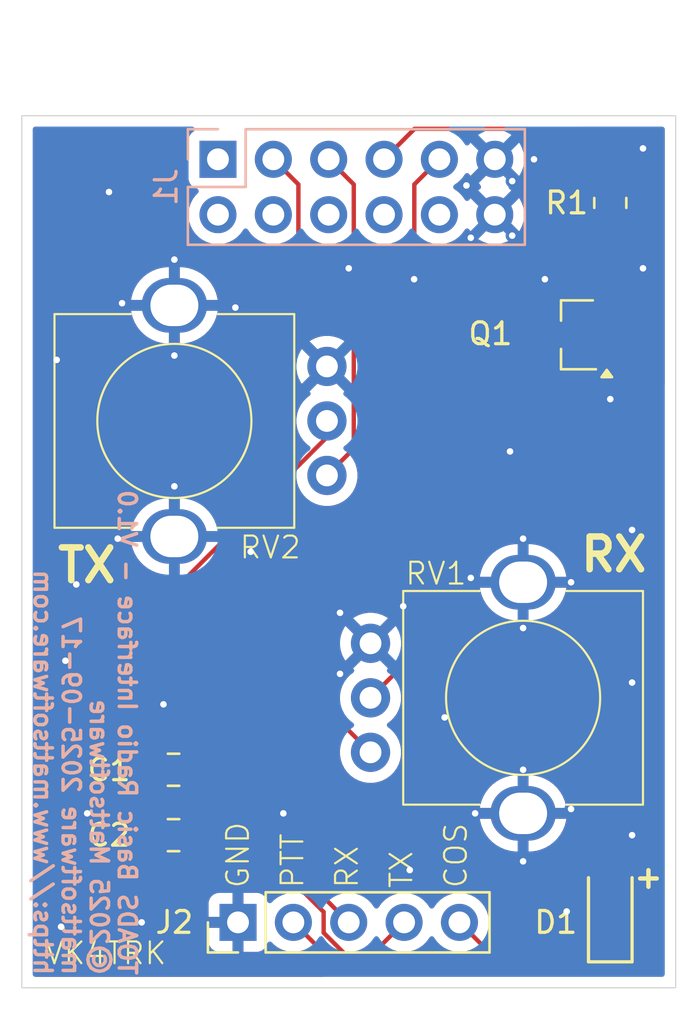
<source format=kicad_pcb>
(kicad_pcb (version 20241229) (generator "pcbnew") (generator_version "9.0")
  (title_block (title "TOADS Basic Radio Interface") (date "2025-09-17") (rev "1.0") (company "mattsoftware") (comment 1 "©2025 Mattsoftware") (comment 2 "https://www.mattsoftware.com") (comment 3 "Author: Matt Paine VK4TRK") (comment 4 "License: CC By 4.0") (comment 5 "https://creativecommons.org/licenses/by/4.0/"))
  (layers (0 "F.Cu" signal) (2 "B.Cu" signal) (13 "F.Paste" user) (15 "B.Paste" user) (5 "F.SilkS" user "F.Silkscreen") (7 "B.SilkS" user "B.Silkscreen") (1 "F.Mask" user) (3 "B.Mask" user) (25 "Edge.Cuts" user))
  (net 0 "")
  (net 1 "Net-(C1-Pad2)")
  (net 2 "AUD_RX")
  (net 3 "AUD_TX")
  (net 4 "Net-(C2-Pad2)")
  (net 5 "VOL_DN")
  (net 6 "COS")
  (net 7 "Net-(Q1-B)")
  (net 8 "PTT")
  (net 9 "GND")
  (net 10 "GPI03")
  (net 12 "AFL")
  (net 13 "GPI01")
  (net 14 "+3V3")
  (net 15 "AFR")
  (net 16 "GPI04")
  (net 17 "VOL_UP")
  (net 18 "MIC")
  (footprint "PCM_JLCPCB:D_SOD-123FL" (layer "F.Cu") (at 154.2 131.2 90)
    (property "Reference" "D1" (hide yes))
    (property "Value" "~")
    (fp_line (start -2.21 -1) (end 1.65 -1) (stroke (width 0.15)) (layer "F.SilkS"))
    (fp_line (start -2.21 -1) (end -2.21 1) (stroke (width 0.15)) (layer "F.SilkS"))
    (fp_line (start -2.21 1) (end 1.65 1) (stroke (width 0.15)) (layer "F.SilkS"))
    (fp_text user "${REFERENCE}" (at -0.4 -2.5 180) (layer "F.SilkS"))
    (pad "1" smd roundrect (at -1.4 0 90) (size 1.1 1.6) (layers "F.Cu" "F.Mask" "F.Paste") (roundrect_rratio 0.2272727273) (net 6 "COS"))
    (pad "2" smd roundrect (at 1.4 0 90) (size 1.1 1.6) (layers "F.Cu" "F.Mask" "F.Paste") (roundrect_rratio 0.2272727273) (net 5 "VOL_DN"))
  )
  (footprint "Connector_PinHeader_2.54mm:PinHeader_1x05_P2.54mm_Vertical" (layer "F.Cu") (at 137.12 131.6 90)
    (property "Reference" "J2" (at 0 -2.92 180) (layer "F.SilkS"))
    (property "Value" "Conn_01x05")
    (fp_line (start -1.38 -1.38) (end 0 -1.38) (stroke (width 0.12)) (layer "F.SilkS"))
    (fp_line (start -1.38 0) (end -1.38 -1.38) (stroke (width 0.12)) (layer "F.SilkS"))
    (fp_line (start 1.38 1.27) (end 1.38 11.54) (stroke (width 0.12)) (layer "F.SilkS"))
    (fp_line (start -1.38 1.27) (end 1.38 1.27) (stroke (width 0.12)) (layer "F.SilkS"))
    (fp_line (start -1.38 1.27) (end -1.38 11.54) (stroke (width 0.12)) (layer "F.SilkS"))
    (fp_line (start -1.38 11.54) (end 1.38 11.54) (stroke (width 0.12)) (layer "F.SilkS"))
    (pad "1" thru_hole rect (at 0 0 90) (size 1.7 1.7) (drill 1) (layers "*.Cu" "*.Mask") (net 9 "GND"))
    (pad "2" thru_hole circle (at 0 2.54 90) (size 1.7 1.7) (drill 1) (layers "*.Cu" "*.Mask") (net 8 "PTT"))
    (pad "3" thru_hole circle (at 0 5.08 90) (size 1.7 1.7) (drill 1) (layers "*.Cu" "*.Mask") (net 2 "AUD_RX"))
    (pad "4" thru_hole circle (at 0 7.62 90) (size 1.7 1.7) (drill 1) (layers "*.Cu" "*.Mask") (net 3 "AUD_TX"))
    (pad "5" thru_hole circle (at 0 10.16 90) (size 1.7 1.7) (drill 1) (layers "*.Cu" "*.Mask") (net 6 "COS"))
  )
  (footprint "Package_TO_SOT_SMD:SOT-23_Handsoldering" (layer "F.Cu") (at 152.7 104.65 180)
    (property "Reference" "Q1" (at 4 0.05 0) (layer "F.SilkS"))
    (property "Value" "NPN")
    (fp_line (start 0.76 1.58) (end 0.76 0.65) (stroke (width 0.12)) (layer "F.SilkS"))
    (fp_line (start 0.76 1.58) (end -0.7 1.58) (stroke (width 0.12)) (layer "F.SilkS"))
    (fp_line (start 0.76 -1.58) (end 0.76 -0.65) (stroke (width 0.12)) (layer "F.SilkS"))
    (fp_line (start -0.04 -1.58) (end 0.76 -1.58) (stroke (width 0.12)) (layer "F.SilkS"))
    (fp_line (start -0.04 -1.58) (end -0.84 -1.58) (stroke (width 0.12)) (layer "F.SilkS"))
    (fp_poly (pts (xy -1.34 -1.61) (xy -1.58 -1.94) (xy -1.1 -1.94) (xy -1.34 -1.61)) (stroke (width 0.12)) (fill yes) (layer "F.SilkS"))
    (pad "1" smd roundrect (at -1.5 -0.95 180) (size 1.9 0.8) (layers "F.Cu" "F.Mask" "F.Paste") (net 8 "PTT"))
    (pad "2" smd roundrect (at -1.5 0.95 180) (size 1.9 0.8) (layers "F.Cu" "F.Mask" "F.Paste") (net 7 "Net-(Q1-B)"))
    (pad "3" smd roundrect (at 1.5 0 180) (size 1.9 0.8) (layers "F.Cu" "F.Mask" "F.Paste") (net 9 "GND"))
  )
  (footprint "Resistor_SMD:R_0805_2012Metric_Pad1.20x1.40mm_HandSolder" (layer "F.Cu") (at 154.2 98.6 -90)
    (property "Reference" "R1" (at 0 2 180) (layer "F.SilkS"))
    (property "Value" "10K")
    (fp_line (start -0.227064 0.735) (end 0.227064 0.735) (stroke (width 0.12)) (layer "F.SilkS"))
    (fp_line (start -0.227064 -0.735) (end 0.227064 -0.735) (stroke (width 0.12)) (layer "F.SilkS"))
    (pad "1" smd roundrect (at -1 0 270) (size 1.2 1.4) (layers "F.Cu" "F.Mask" "F.Paste") (roundrect_rratio 0.208333) (net 10 "GPI03"))
    (pad "2" smd roundrect (at 1 0 270) (size 1.2 1.4) (layers "F.Cu" "F.Mask" "F.Paste") (roundrect_rratio 0.208333) (net 7 "Net-(Q1-B)"))
  )
  (footprint "Capacitor_SMD:C_0805_2012Metric_Pad1.18x1.45mm_HandSolder" (layer "F.Cu") (at 134.1625 127.6 180)
    (property "Reference" "C2" (at 2.9625 0 0) (layer "F.SilkS"))
    (property "Value" "4.7uF")
    (fp_line (start -0.261252 0.735) (end 0.261252 0.735) (stroke (width 0.12)) (layer "F.SilkS"))
    (fp_line (start -0.261252 -0.735) (end 0.261252 -0.735) (stroke (width 0.12)) (layer "F.SilkS"))
    (pad "1" smd roundrect (at -1.0375 0 180) (size 1.175 1.45) (layers "F.Cu" "F.Mask" "F.Paste") (roundrect_rratio 0.212766) (net 3 "AUD_TX"))
    (pad "2" smd roundrect (at 1.0375 0 180) (size 1.175 1.45) (layers "F.Cu" "F.Mask" "F.Paste") (roundrect_rratio 0.212766) (net 4 "Net-(C2-Pad2)"))
  )
  (footprint "Matt:R_Potentiometer-10k-C361173" (layer "F.Cu") (at 150.2 121.3 -90)
    (property "Reference" "RV1" (at -5.7 4 0) (layer "F.SilkS") (effects (font (thickness 0.1))))
    (property "Value" "10k")
    (fp_line (start -4.9 5.5) (end 4.9 5.5) (stroke (width 0.1)) (layer "F.SilkS"))
    (fp_line (start -4.9 2) (end -4.9 5.5) (stroke (width 0.1)) (layer "F.SilkS"))
    (fp_line (start 4.9 2) (end 4.9 5.5) (stroke (width 0.1)) (layer "F.SilkS"))
    (fp_line (start -4.9 -5.5) (end -4.9 -2) (stroke (width 0.1)) (layer "F.SilkS"))
    (fp_line (start -4.9 -5.5) (end 4.9 -5.5) (stroke (width 0.1)) (layer "F.SilkS"))
    (fp_line (start 4.9 -5.5) (end 4.9 -2) (stroke (width 0.1)) (layer "F.SilkS"))
    (fp_circle (center 0 0) (end 3.5 0.5) (stroke (width 0.1)) (fill no) (layer "F.SilkS"))
    (pad "1" thru_hole circle (at -2.5 7 270) (size 1.8 1.8) (drill 1) (layers "*.Cu" "*.Mask") (net 9 "GND"))
    (pad "2" thru_hole circle (at 0 7 270) (size 1.8 1.8) (drill 1) (layers "*.Cu" "*.Mask") (net 18 "MIC"))
    (pad "3" thru_hole circle (at 2.5 7 270) (size 1.8 1.8) (drill 1) (layers "*.Cu" "*.Mask") (net 1 "Net-(C1-Pad2)"))
    (pad "4" thru_hole oval (at -5.3 0 270) (size 2.5 3) (drill oval 1.9 2.2) (layers "*.Cu" "*.Mask") (net 9 "GND"))
    (pad "5" thru_hole oval (at 5.3 0 270) (size 2.5 3) (drill oval 1.9 2.2) (layers "*.Cu" "*.Mask") (net 9 "GND"))
  )
  (footprint "Matt:R_Potentiometer-10k-C361173" (layer "F.Cu") (at 134.2 108.6 90)
    (property "Reference" "RV2" (at -5.8 4.4 0) (layer "F.SilkS") (effects (font (thickness 0.1))))
    (property "Value" "10k")
    (fp_line (start 4.9 -5.5) (end 4.9 -2) (stroke (width 0.1)) (layer "F.SilkS"))
    (fp_line (start -4.9 -5.5) (end 4.9 -5.5) (stroke (width 0.1)) (layer "F.SilkS"))
    (fp_line (start -4.9 -5.5) (end -4.9 -2) (stroke (width 0.1)) (layer "F.SilkS"))
    (fp_line (start 4.9 2) (end 4.9 5.5) (stroke (width 0.1)) (layer "F.SilkS"))
    (fp_line (start -4.9 2) (end -4.9 5.5) (stroke (width 0.1)) (layer "F.SilkS"))
    (fp_line (start -4.9 5.5) (end 4.9 5.5) (stroke (width 0.1)) (layer "F.SilkS"))
    (fp_circle (center 0 0) (end 3.5 0.5) (stroke (width 0.1)) (fill no) (layer "F.SilkS"))
    (pad "1" thru_hole circle (at -2.5 7 90) (size 1.8 1.8) (drill 1) (layers "*.Cu" "*.Mask") (net 12 "AFL"))
    (pad "2" thru_hole circle (at 0 7 90) (size 1.8 1.8) (drill 1) (layers "*.Cu" "*.Mask") (net 4 "Net-(C2-Pad2)"))
    (pad "3" thru_hole circle (at 2.5 7 90) (size 1.8 1.8) (drill 1) (layers "*.Cu" "*.Mask") (net 9 "GND"))
    (pad "4" thru_hole oval (at -5.3 0 90) (size 2.5 3) (drill oval 1.9 2.2) (layers "*.Cu" "*.Mask") (net 9 "GND"))
    (pad "5" thru_hole oval (at 5.3 0 90) (size 2.5 3) (drill oval 1.9 2.2) (layers "*.Cu" "*.Mask") (net 9 "GND"))
  )
  (footprint "Capacitor_SMD:C_0805_2012Metric_Pad1.18x1.45mm_HandSolder" (layer "F.Cu") (at 134.1625 124.6 180)
    (property "Reference" "C1" (at 2.9625 0 0) (layer "F.SilkS"))
    (property "Value" "4.7uF")
    (fp_line (start -0.261252 0.735) (end 0.261252 0.735) (stroke (width 0.12)) (layer "F.SilkS"))
    (fp_line (start -0.261252 -0.735) (end 0.261252 -0.735) (stroke (width 0.12)) (layer "F.SilkS"))
    (pad "1" smd roundrect (at -1.0375 0 180) (size 1.175 1.45) (layers "F.Cu" "F.Mask" "F.Paste") (roundrect_rratio 0.212766) (net 2 "AUD_RX"))
    (pad "2" smd roundrect (at 1.0375 0 180) (size 1.175 1.45) (layers "F.Cu" "F.Mask" "F.Paste") (roundrect_rratio 0.212766) (net 1 "Net-(C1-Pad2)"))
  )
  (footprint "Connector_PinHeader_2.54mm:PinHeader_2x06_P2.54mm_Vertical" (layer "B.Cu") (at 136.2 96.6 -90)
    (property "Reference" "J1" (at 1.27 2.38 90) (layer "B.SilkS") (effects (justify mirror)))
    (property "Value" "Conn_02x06_Odd_Even")
    (fp_line (start -1.38 1.38) (end 0 1.38) (stroke (width 0.12)) (layer "B.SilkS"))
    (fp_line (start 1.27 1.38) (end 3.92 1.38) (stroke (width 0.12)) (layer "B.SilkS"))
    (fp_line (start 3.92 1.38) (end 3.92 -14.08) (stroke (width 0.12)) (layer "B.SilkS"))
    (fp_line (start -1.38 0) (end -1.38 1.38) (stroke (width 0.12)) (layer "B.SilkS"))
    (fp_line (start -1.38 -1.27) (end 1.27 -1.27) (stroke (width 0.12)) (layer "B.SilkS"))
    (fp_line (start -1.38 -1.27) (end -1.38 -14.08) (stroke (width 0.12)) (layer "B.SilkS"))
    (fp_line (start 1.27 -1.27) (end 1.27 1.38) (stroke (width 0.12)) (layer "B.SilkS"))
    (fp_line (start -1.38 -14.08) (end 3.92 -14.08) (stroke (width 0.12)) (layer "B.SilkS"))
    (pad "1" thru_hole rect (at 0 0 270) (size 1.7 1.7) (drill 1) (layers "*.Cu" "*.Mask"))
    (pad "2" thru_hole circle (at 2.54 0 270) (size 1.7 1.7) (drill 1) (layers "*.Cu" "*.Mask") (net 14 "+3V3"))
    (pad "3" thru_hole circle (at 0 -2.54 270) (size 1.7 1.7) (drill 1) (layers "*.Cu" "*.Mask") (net 12 "AFL"))
    (pad "4" thru_hole circle (at 2.54 -2.54 270) (size 1.7 1.7) (drill 1) (layers "*.Cu" "*.Mask") (net 15 "AFR"))
    (pad "5" thru_hole circle (at 0 -5.08 270) (size 1.7 1.7) (drill 1) (layers "*.Cu" "*.Mask") (net 18 "MIC"))
    (pad "6" thru_hole circle (at 2.54 -5.08 270) (size 1.7 1.7) (drill 1) (layers "*.Cu" "*.Mask") (net 13 "GPI01"))
    (pad "7" thru_hole circle (at 0 -7.62 270) (size 1.7 1.7) (drill 1) (layers "*.Cu" "*.Mask") (net 10 "GPI03"))
    (pad "8" thru_hole circle (at 2.54 -7.62 270) (size 1.7 1.7) (drill 1) (layers "*.Cu" "*.Mask") (net 16 "GPI04"))
    (pad "9" thru_hole circle (at 0 -10.16 270) (size 1.7 1.7) (drill 1) (layers "*.Cu" "*.Mask") (net 5 "VOL_DN"))
    (pad "10" thru_hole circle (at 2.54 -10.16 270) (size 1.7 1.7) (drill 1) (layers "*.Cu" "*.Mask") (net 17 "VOL_UP"))
    (pad "11" thru_hole circle (at 0 -12.7 270) (size 1.7 1.7) (drill 1) (layers "*.Cu" "*.Mask") (net 9 "GND"))
    (pad "12" thru_hole circle (at 2.54 -12.7 270) (size 1.7 1.7) (drill 1) (layers "*.Cu" "*.Mask") (net 9 "GND"))
  )
  (gr_rect (start 127.2 94.6) (end 157.2 134.6) (stroke (width 0.05)) (fill no) (layer "Edge.Cuts"))
  (gr_text "PTT" (at 140.2 130.1 90) (layer "F.SilkS") (effects (font (size 1 1) (thickness 0.1)) (justify left bottom)))
  (gr_text "TX" (at 128.7 116.1 0) (layer "F.SilkS") (effects (font (size 1.5 1.5) (thickness 0.3) (bold yes)) (justify left bottom)))
  (gr_text "COS" (at 147.7 130.1 90) (layer "F.SilkS") (effects (font (size 1 1) (thickness 0.1)) (justify left bottom)))
  (gr_text "RX" (at 152.7 115.6 0) (layer "F.SilkS") (effects (font (size 1.5 1.5) (thickness 0.3) (bold yes)) (justify left bottom)))
  (gr_text "TX" (at 145.2 130.1 90) (layer "F.SilkS") (effects (font (size 1 1) (thickness 0.1)) (justify left bottom)))
  (gr_text "GND" (at 137.7 130.1 90) (layer "F.SilkS") (effects (font (size 1 1) (thickness 0.1)) (justify left bottom)))
  (gr_text "RX" (at 142.7 130.1 90) (layer "F.SilkS") (effects (font (size 1 1) (thickness 0.1)) (justify left bottom)))
  (gr_text "+" (at 155.2 130.1 0) (layer "F.SilkS") (effects (font (size 1 1) (thickness 0.2) (bold yes)) (justify left bottom)))
  (gr_text "VK4TRK" (at 128.2 133.6 0) (layer "F.SilkS") (effects (font (size 1 1) (thickness 0.1)) (justify left bottom)))
  (gr_text "${TITLE} - V${REVISION}\n${COMMENT1}\n${COMPANY} ${ISSUE_DATE}\n${COMMENT2}\n" (at 127.7 134.1 270) (layer "B.SilkS") (effects (font (size 0.8 0.8) (thickness 0.16) (bold yes)) (justify left bottom mirror)))
  (segment (start 141.6 122.2) (end 135.525 122.2) (width 0.2) (layer "F.Cu") (net 1))
  (segment (start 135.525 122.2) (end 133.125 124.6) (width 0.2) (layer "F.Cu") (net 1))
  (segment (start 143.2 123.8) (end 141.6 122.2) (width 0.2) (layer "F.Cu") (net 1))
  (segment (start 135.2 124.6) (end 142.2 131.6) (width 0.2) (layer "F.Cu") (net 2))
  (segment (start 137.52576 127.6) (end 141.049 131.12324) (width 0.2) (layer "F.Cu") (net 3))
  (segment (start 142.17124 133.199) (end 143.2 133.199) (width 0.2) (layer "F.Cu") (net 3))
  (segment (start 141.049 131.12324) (end 141.049 132.07676) (width 0.2) (layer "F.Cu") (net 3))
  (segment (start 143.2 133.199) (end 143.2 133.14) (width 0.2) (layer "F.Cu") (net 3))
  (segment (start 135.2 127.6) (end 137.52576 127.6) (width 0.2) (layer "F.Cu") (net 3))
  (segment (start 141.049 132.07676) (end 142.17124 133.199) (width 0.2) (layer "F.Cu") (net 3))
  (segment (start 143.2 133.14) (end 144.74 131.6) (width 0.2) (layer "F.Cu") (net 3))
  (segment (start 141.2 109.343445) (end 141.2 108.6) (width 0.2) (layer "F.Cu") (net 4))
  (segment (start 132.2365 118.306945) (end 141.2 109.343445) (width 0.2) (layer "F.Cu") (net 4))
  (segment (start 132.2365 126.7115) (end 132.2365 118.306945) (width 0.2) (layer "F.Cu") (net 4))
  (segment (start 133.125 127.6) (end 132.2365 126.7115) (width 0.2) (layer "F.Cu") (net 4))
  (segment (start 145.209 97.751) (end 146.36 96.6) (width 0.2) (layer "F.Cu") (net 5))
  (segment (start 154.2 109.314064) (end 145.209 100.323064) (width 0.2) (layer "F.Cu") (net 5))
  (segment (start 145.209 100.323064) (end 145.209 97.751) (width 0.2) (layer "F.Cu") (net 5))
  (segment (start 154.2 129.8) (end 154.2 109.314064) (width 0.2) (layer "F.Cu") (net 5))
  (segment (start 147.28 131.6) (end 148.28 132.6) (width 0.2) (layer "F.Cu") (net 6))
  (segment (start 148.28 132.6) (end 154.2 132.6) (width 0.2) (layer "F.Cu") (net 6))
  (segment (start 154.2 103.7) (end 154.2 99.6) (width 0.2) (layer "F.Cu") (net 7))
  (segment (start 156.2 133.6) (end 141.66 133.6) (width 0.2) (layer "F.Cu") (net 8))
  (segment (start 156.2 107.6) (end 156.2 133.6) (width 0.2) (layer "F.Cu") (net 8))
  (segment (start 141.66 133.6) (end 139.66 131.6) (width 0.2) (layer "F.Cu") (net 8))
  (segment (start 154.2 105.6) (end 156.2 107.6) (width 0.2) (layer "F.Cu") (net 8))
  (via (at 134.2 111.6) (size 0.6) (drill 0.3) (layers "F.Cu" "B.Cu") (net 9))
  (via (at 133.7 121.6) (size 0.6) (drill 0.3) (layers "F.Cu" "B.Cu") (net 9))
  (via (at 155.2 113.6) (size 0.6) (drill 0.3) (layers "F.Cu" "B.Cu") (net 9))
  (via (at 130.2 126.6) (size 0.6) (drill 0.3) (layers "F.Cu" "B.Cu") (net 9))
  (via (at 129.2 119.6) (size 0.6) (drill 0.3) (layers "F.Cu" "B.Cu") (net 9))
  (via (at 141.8 120.2) (size 0.6) (drill 0.3) (layers "F.Cu" "B.Cu") (net 9))
  (via (at 147.6 97.8) (size 0.6) (drill 0.3) (layers "F.Cu" "B.Cu") (net 9))
  (via (at 131.2 98.1) (size 0.6) (drill 0.3) (layers "F.Cu" "B.Cu") (net 9))
  (via (at 131.8 103.2) (size 0.6) (drill 0.3) (layers "F.Cu" "B.Cu") (net 9))
  (via (at 154.2 107.6) (size 0.6) (drill 0.3) (layers "F.Cu" "B.Cu") (net 9))
  (via (at 152.4 116) (size 0.6) (drill 0.3) (layers "F.Cu" "B.Cu") (net 9))
  (via (at 149.7 100.1) (size 0.6) (drill 0.3) (layers "F.Cu" "B.Cu") (net 9))
  (via (at 152.4 126.4) (size 0.6) (drill 0.3) (layers "F.Cu" "B.Cu") (net 9))
  (via (at 129.7 116.1) (size 0.6) (drill 0.3) (layers "F.Cu" "B.Cu") (net 9))
  (via (at 150.2 118.1) (size 0.6) (drill 0.3) (layers "F.Cu" "B.Cu") (net 9))
  (via (at 145 129.2) (size 0.6) (drill 0.3) (layers "F.Cu" "B.Cu") (net 9))
  (via (at 137.7 114.6) (size 0.6) (drill 0.3) (layers "F.Cu" "B.Cu") (net 9))
  (via (at 131.6 114) (size 0.6) (drill 0.3) (layers "F.Cu" "B.Cu") (net 9))
  (via (at 155.2 127.6) (size 0.6) (drill 0.3) (layers "F.Cu" "B.Cu") (net 9))
  (via (at 145.2 102.1) (size 0.6) (drill 0.3) (layers "F.Cu" "B.Cu") (net 9))
  (via (at 150.7 96.6) (size 0.6) (drill 0.3) (layers "F.Cu" "B.Cu") (net 9))
  (via (at 155.7 101.6) (size 0.6) (drill 0.3) (layers "F.Cu" "B.Cu") (net 9))
  (via (at 147.8 100.2) (size 0.6) (drill 0.3) (layers "F.Cu" "B.Cu") (net 9))
  (via (at 139.2 126.6) (size 0.6) (drill 0.3) (layers "F.Cu" "B.Cu") (net 9))
  (via (at 151.2 102.1) (size 0.6) (drill 0.3) (layers "F.Cu" "B.Cu") (net 9))
  (via (at 142.2 101.6) (size 0.6) (drill 0.3) (layers "F.Cu" "B.Cu") (net 9))
  (via (at 134.2 105.6) (size 0.6) (drill 0.3) (layers "F.Cu" "B.Cu") (net 9))
  (via (at 148 126.6) (size 0.6) (drill 0.3) (layers "F.Cu" "B.Cu") (net 9))
  (via (at 141.8 117.4) (size 0.6) (drill 0.3) (layers "F.Cu" "B.Cu") (net 9))
  (via (at 149.7 97.6) (size 0.6) (drill 0.3) (layers "F.Cu" "B.Cu") (net 9))
  (via (at 152.2 131.1) (size 0.6) (drill 0.3) (layers "F.Cu" "B.Cu") (net 9))
  (via (at 150.2 128.8) (size 0.6) (drill 0.3) (layers "F.Cu" "B.Cu") (net 9))
  (via (at 147.8 115.8) (size 0.6) (drill 0.3) (layers "F.Cu" "B.Cu") (net 9))
  (via (at 155.7 96.1) (size 0.6) (drill 0.3) (layers "F.Cu" "B.Cu") (net 9))
  (via (at 134.2 101.2) (size 0.6) (drill 0.3) (layers "F.Cu" "B.Cu") (net 9))
  (via (at 129 131.8) (size 0.6) (drill 0.3) (layers "F.Cu" "B.Cu") (net 9))
  (via (at 128.8 105.8) (size 0.6) (drill 0.3) (layers "F.Cu" "B.Cu") (net 9))
  (via (at 150.2 124.6) (size 0.6) (drill 0.3) (layers "F.Cu" "B.Cu") (net 9))
  (via (at 150.2 114) (size 0.6) (drill 0.3) (layers "F.Cu" "B.Cu") (net 9))
  (via (at 132.7 131.6) (size 0.6) (drill 0.3) (layers "F.Cu" "B.Cu") (net 9))
  (via (at 144.7 117.1) (size 0.6) (drill 0.3) (layers "F.Cu" "B.Cu") (net 9))
  (via (at 137 103.4) (size 0.6) (drill 0.3) (layers "F.Cu" "B.Cu") (net 9))
  (via (at 155.2 120.6) (size 0.6) (drill 0.3) (layers "F.Cu" "B.Cu") (net 9))
  (via (at 149.6 110) (size 0.6) (drill 0.3) (layers "F.Cu" "B.Cu") (net 9))
  (via (at 146.6 122.2) (size 0.6) (drill 0.3) (layers "F.Cu" "B.Cu") (net 9))
  (segment (start 151.801 95.201) (end 154.2 97.6) (width 0.2) (layer "F.Cu") (net 10))
  (segment (start 145.219 95.201) (end 151.801 95.201) (width 0.2) (layer "F.Cu") (net 10))
  (segment (start 143.82 96.6) (end 145.219 95.201) (width 0.2) (layer "F.Cu") (net 10))
  (segment (start 141.2 111.1) (end 142.431 109.869) (width 0.2) (layer "F.Cu") (net 12))
  (segment (start 142.431 103.831) (end 139.891 101.291) (width 0.2) (layer "F.Cu") (net 12))
  (segment (start 142.431 109.869) (end 142.431 103.831) (width 0.2) (layer "F.Cu") (net 12))
  (segment (start 139.891 101.291) (end 139.891 97.751) (width 0.2) (layer "F.Cu") (net 12))
  (segment (start 139.891 97.751) (end 138.74 96.6) (width 0.2) (layer "F.Cu") (net 12))
  (segment (start 145.301 103.050943) (end 142.431 100.180943) (width 0.2) (layer "F.Cu") (net 18))
  (segment (start 143.2 121.3) (end 145.301 119.199) (width 0.2) (layer "F.Cu") (net 18))
  (segment (start 142.431 100.180943) (end 142.431 97.751) (width 0.2) (layer "F.Cu") (net 18))
  (segment (start 142.431 97.751) (end 141.28 96.6) (width 0.2) (layer "F.Cu") (net 18))
  (segment (start 145.301 119.199) (end 145.301 103.050943) (width 0.2) (layer "F.Cu") (net 18))
  (zone (net 9) (net_name "GND") (layer "F.Cu") (connect_pads (clearance 0.5)) (min_thickness 0.25) (fill yes (thermal_gap 0.5) (thermal_bridge_width 0.5))
    (polygon (pts (xy 126.2 93.6) (xy 158.2 93.6) (xy 158.2 135.6) (xy 126.2 135.6)))
  )
  (zone (net 9) (net_name "GND") (layer "B.Cu") (priority 1) (connect_pads (clearance 0.5)) (min_thickness 0.25) (fill yes (thermal_gap 0.5) (thermal_bridge_width 0.5))
    (polygon (pts (xy 126.2 135.6) (xy 158.2 135.6) (xy 158.2 93.6) (xy 126.2 93.6)))
  )
)
</source>
